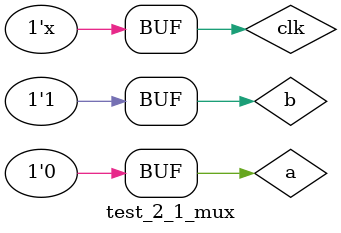
<source format=v>




`timescale 1ns/1ns

module test_2_1_mux();
	reg a,clk;
	reg b,s0;
	wire c;
	to_one_mux F1(a,b,s0,c);
	
	initial begin 
	 clk = 0;
	 a  = 0;
	b = 1;
	s0=0;
	
	end 

	always #5 clk=~clk;

	always@(negedge clk)
	begin 
		s0 = s0 + 1;
	end
 	
endmodule 
</source>
